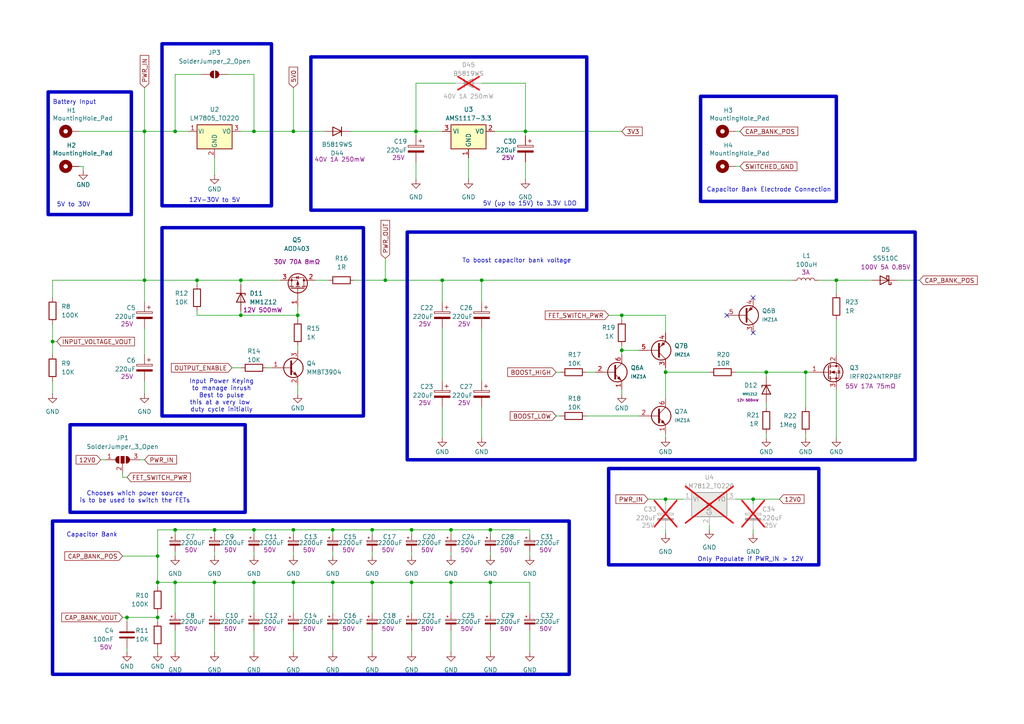
<source format=kicad_sch>
(kicad_sch (version 20250114) (generator "eeschema") (generator_version "9.0")
  (paper "A4")
  (title_block (title "Power Input") (date "2025-05-03") (rev "v1.0") (company "By Shrinath Nimare <shrinath.nimare@gmail.com>"))
  (rectangle (start 176.53 135.89) (end 237.49 163.83) (stroke (width 1)))
  (rectangle (start 46.99 12.7) (end 78.74 59.69) (stroke (width 1)))
  (rectangle (start 118.11 67.31) (end 265.43 133.35) (stroke (width 1)))
  (rectangle (start 46.99 66.04) (end 105.41 120.65) (stroke (width 1)))
  (rectangle (start 203.2 27.94) (end 242.57 58.42) (stroke (width 1)))
  (rectangle (start 15.24 151.13) (end 165.1 195.58) (stroke (width 1)))
  (rectangle (start 20.32 123.19) (end 71.12 148.59) (stroke (width 1)))
  (rectangle (start 90.17 16.51) (end 170.18 60.96) (stroke (width 1)))
  (rectangle (start 13.97 26.67) (end 38.1 62.23) (stroke (width 1)))
  (text "Only Populate if PWR_IN > 12V" (at 217.678 162.306 0) (effects (font (size 1.27 1.27))))
  (text "5V (up to 15V) to 3.3V LDO" (at 153.67 59.182 0) (effects (font (size 1.27 1.27))))
  (text "To boost capacitor bank voltage" (at 149.86 75.692 0) (effects (font (size 1.27 1.27))))
  (text "Battery Input" (at 21.59 29.718 0) (effects (font (size 1.27 1.27))))
  (text "12V-30V to 5V" (at 62.23 58.166 0) (effects (font (size 1.27 1.27))))
  (text "Capacitor Bank" (at 26.67 155.194 0) (effects (font (size 1.27 1.27))))
  (text "Input Power Keying\nto manage inrush\nBest to pulse\nthis at a very low \nduty cycle initially" (at 64.262 114.808 0) (effects (font (size 1.27 1.27))))
  (text "Chooses which power source\nis to be used to switch the FETs" (at 39.116 144.272 0) (effects (font (size 1.27 1.27))))
  (text "Capacitor Bank Electrode Connection" (at 223.012 55.118 0) (effects (font (size 1.27 1.27))))
  (text "5V to 30V\n" (at 21.336 59.436 0) (effects (font (size 1.27 1.27))))
  (junction (at 85.09 168.91))
  (junction (at 119.38 168.91))
  (junction (at 111.76 81.28))
  (junction (at 128.27 81.28))
  (junction (at 50.8 168.91))
  (junction (at 73.66 153.67))
  (junction (at 50.8 38.1))
  (junction (at 139.7 81.28))
  (junction (at 130.81 168.91))
  (junction (at 85.09 38.1))
  (junction (at 86.36 91.44))
  (junction (at 222.25 107.95))
  (junction (at 45.72 179.07))
  (junction (at 50.8 153.67))
  (junction (at 96.52 168.91))
  (junction (at 142.24 168.91))
  (junction (at 62.23 168.91))
  (junction (at 73.66 38.1))
  (junction (at 41.91 38.1))
  (junction (at 242.57 81.28))
  (junction (at 15.24 99.06))
  (junction (at 69.85 91.44))
  (junction (at 57.15 81.28))
  (junction (at 142.24 153.67))
  (junction (at 193.04 144.78))
  (junction (at 152.4 38.1))
  (junction (at 193.04 107.95))
  (junction (at 41.91 81.28))
  (junction (at 130.81 153.67))
  (junction (at 107.95 168.91))
  (junction (at 73.66 168.91))
  (junction (at 180.34 91.44))
  (junction (at 45.72 168.91))
  (junction (at 120.65 38.1))
  (junction (at 96.52 153.67))
  (junction (at 45.72 161.29))
  (junction (at 85.09 153.67))
  (junction (at 107.95 153.67))
  (junction (at 218.44 144.78))
  (junction (at 119.38 153.67))
  (junction (at 36.83 179.07))
  (junction (at 62.23 153.67))
  (junction (at 233.68 107.95))
  (junction (at 69.85 81.28))
  (junction (at 180.34 101.6))
  (no_connect (at 210.82 91.44))
  (no_connect (at 218.44 86.36))
  (no_connect (at 218.44 96.52))
  (wire (pts (xy 96.52 160.02) (xy 96.52 161.29)))
  (wire (pts (xy 128.27 81.28) (xy 111.76 81.28)))
  (wire (pts (xy 142.24 160.02) (xy 142.24 161.29)))
  (wire (pts (xy 107.95 153.67) (xy 119.38 153.67)))
  (wire (pts (xy 15.24 81.28) (xy 15.24 86.36)))
  (wire (pts (xy 73.66 160.02) (xy 73.66 161.29)))
  (wire (pts (xy 130.81 153.67) (xy 142.24 153.67)))
  (wire (pts (xy 57.15 82.55) (xy 57.15 81.28)))
  (wire (pts (xy 180.34 100.33) (xy 180.34 101.6)))
  (wire (pts (xy 45.72 168.91) (xy 45.72 161.29)))
  (wire (pts (xy 101.6 38.1) (xy 120.65 38.1)))
  (wire (pts (xy 73.66 168.91) (xy 85.09 168.91)))
  (wire (pts (xy 50.8 160.02) (xy 50.8 161.29)))
  (wire (pts (xy 62.23 168.91) (xy 62.23 177.8)))
  (wire (pts (xy 193.04 107.95) (xy 205.74 107.95)))
  (wire (pts (xy 69.85 38.1) (xy 73.66 38.1)))
  (wire (pts (xy 120.65 46.99) (xy 120.65 52.07)))
  (wire (pts (xy 128.27 118.11) (xy 128.27 127)))
  (wire (pts (xy 69.85 81.28) (xy 69.85 82.55)))
  (wire (pts (xy 67.31 106.68) (xy 69.85 106.68)))
  (wire (pts (xy 237.49 81.28) (xy 242.57 81.28)))
  (wire (pts (xy 139.7 95.25) (xy 139.7 110.49)))
  (wire (pts (xy 139.7 118.11) (xy 139.7 127)))
  (wire (pts (xy 107.95 160.02) (xy 107.95 161.29)))
  (wire (pts (xy 41.91 38.1) (xy 50.8 38.1)))
  (wire (pts (xy 91.44 81.28) (xy 95.25 81.28)))
  (wire (pts (xy 107.95 153.67) (xy 107.95 154.94)))
  (wire (pts (xy 73.66 153.67) (xy 73.66 154.94)))
  (wire (pts (xy 120.65 38.1) (xy 128.27 38.1)))
  (wire (pts (xy 152.4 38.1) (xy 180.34 38.1)))
  (wire (pts (xy 119.38 168.91) (xy 130.81 168.91)))
  (wire (pts (xy 130.81 182.88) (xy 130.81 189.23)))
  (wire (pts (xy 69.85 90.17) (xy 69.85 91.44)))
  (wire (pts (xy 41.91 95.25) (xy 41.91 102.87)))
  (wire (pts (xy 233.68 107.95) (xy 222.25 107.95)))
  (wire (pts (xy 36.83 179.07) (xy 35.56 179.07)))
  (wire (pts (xy 180.34 101.6) (xy 185.42 101.6)))
  (wire (pts (xy 128.27 95.25) (xy 128.27 110.49)))
  (wire (pts (xy 132.08 24.13) (xy 120.65 24.13)))
  (wire (pts (xy 130.81 168.91) (xy 130.81 177.8)))
  (wire (pts (xy 15.24 99.06) (xy 15.24 102.87)))
  (wire (pts (xy 120.65 38.1) (xy 120.65 39.37)))
  (wire (pts (xy 85.09 168.91) (xy 96.52 168.91)))
  (wire (pts (xy 242.57 81.28) (xy 252.73 81.28)))
  (wire (pts (xy 73.66 168.91) (xy 73.66 177.8)))
  (wire (pts (xy 41.91 25.4) (xy 41.91 38.1)))
  (wire (pts (xy 29.21 133.35) (xy 30.48 133.35)))
  (wire (pts (xy 45.72 179.07) (xy 45.72 180.34)))
  (wire (pts (xy 161.29 120.65) (xy 162.56 120.65)))
  (wire (pts (xy 96.52 182.88) (xy 96.52 189.23)))
  (wire (pts (xy 222.25 116.84) (xy 222.25 118.11)))
  (wire (pts (xy 62.23 153.67) (xy 73.66 153.67)))
  (wire (pts (xy 180.34 91.44) (xy 180.34 92.71)))
  (wire (pts (xy 233.68 107.95) (xy 233.68 118.11)))
  (wire (pts (xy 41.91 81.28) (xy 41.91 87.63)))
  (wire (pts (xy 205.74 152.4) (xy 205.74 153.67)))
  (wire (pts (xy 128.27 81.28) (xy 128.27 87.63)))
  (wire (pts (xy 57.15 81.28) (xy 69.85 81.28)))
  (wire (pts (xy 214.63 48.26) (xy 213.36 48.26)))
  (wire (pts (xy 107.95 168.91) (xy 119.38 168.91)))
  (wire (pts (xy 119.38 168.91) (xy 119.38 177.8)))
  (wire (pts (xy 242.57 113.03) (xy 242.57 127)))
  (wire (pts (xy 119.38 160.02) (xy 119.38 161.29)))
  (wire (pts (xy 62.23 45.72) (xy 62.23 50.8)))
  (wire (pts (xy 152.4 46.99) (xy 152.4 52.07)))
  (wire (pts (xy 234.95 107.95) (xy 233.68 107.95)))
  (wire (pts (xy 176.53 91.44) (xy 180.34 91.44)))
  (wire (pts (xy 139.7 81.28) (xy 229.87 81.28)))
  (wire (pts (xy 85.09 168.91) (xy 85.09 177.8)))
  (wire (pts (xy 22.86 38.1) (xy 41.91 38.1)))
  (wire (pts (xy 50.8 182.88) (xy 50.8 189.23)))
  (wire (pts (xy 24.13 49.53) (xy 24.13 48.26)))
  (wire (pts (xy 130.81 168.91) (xy 142.24 168.91)))
  (wire (pts (xy 86.36 100.33) (xy 86.36 101.6)))
  (wire (pts (xy 119.38 153.67) (xy 119.38 154.94)))
  (wire (pts (xy 35.56 138.43) (xy 35.56 137.16)))
  (wire (pts (xy 40.64 133.35) (xy 41.91 133.35)))
  (wire (pts (xy 77.47 106.68) (xy 78.74 106.68)))
  (wire (pts (xy 36.83 179.07) (xy 36.83 180.34)))
  (wire (pts (xy 222.25 107.95) (xy 222.25 109.22)))
  (wire (pts (xy 85.09 160.02) (xy 85.09 161.29)))
  (wire (pts (xy 50.8 168.91) (xy 45.72 168.91)))
  (wire (pts (xy 85.09 38.1) (xy 93.98 38.1)))
  (wire (pts (xy 193.04 125.73) (xy 193.04 127)))
  (wire (pts (xy 153.67 153.67) (xy 153.67 154.94)))
  (wire (pts (xy 213.36 107.95) (xy 222.25 107.95)))
  (wire (pts (xy 107.95 168.91) (xy 107.95 177.8)))
  (wire (pts (xy 50.8 38.1) (xy 54.61 38.1)))
  (wire (pts (xy 96.52 168.91) (xy 107.95 168.91)))
  (wire (pts (xy 45.72 153.67) (xy 50.8 153.67)))
  (wire (pts (xy 139.7 81.28) (xy 128.27 81.28)))
  (wire (pts (xy 218.44 144.78) (xy 226.06 144.78)))
  (wire (pts (xy 66.04 21.59) (xy 73.66 21.59)))
  (wire (pts (xy 130.81 153.67) (xy 130.81 154.94)))
  (wire (pts (xy 73.66 153.67) (xy 85.09 153.67)))
  (wire (pts (xy 170.18 120.65) (xy 185.42 120.65)))
  (wire (pts (xy 50.8 168.91) (xy 50.8 177.8)))
  (wire (pts (xy 193.04 153.67) (xy 193.04 154.94)))
  (wire (pts (xy 143.51 38.1) (xy 152.4 38.1)))
  (wire (pts (xy 96.52 153.67) (xy 96.52 154.94)))
  (wire (pts (xy 73.66 182.88) (xy 73.66 189.23)))
  (wire (pts (xy 36.83 187.96) (xy 36.83 189.23)))
  (wire (pts (xy 119.38 182.88) (xy 119.38 189.23)))
  (wire (pts (xy 130.81 160.02) (xy 130.81 161.29)))
  (wire (pts (xy 41.91 110.49) (xy 41.91 114.3)))
  (wire (pts (xy 218.44 144.78) (xy 218.44 146.05)))
  (wire (pts (xy 62.23 168.91) (xy 73.66 168.91)))
  (wire (pts (xy 85.09 182.88) (xy 85.09 189.23)))
  (wire (pts (xy 120.65 24.13) (xy 120.65 38.1)))
  (wire (pts (xy 50.8 21.59) (xy 50.8 38.1)))
  (wire (pts (xy 86.36 91.44) (xy 69.85 91.44)))
  (wire (pts (xy 139.7 81.28) (xy 139.7 87.63)))
  (wire (pts (xy 213.36 144.78) (xy 218.44 144.78)))
  (wire (pts (xy 180.34 91.44) (xy 193.04 91.44)))
  (wire (pts (xy 45.72 179.07) (xy 36.83 179.07)))
  (wire (pts (xy 193.04 107.95) (xy 193.04 115.57)))
  (wire (pts (xy 57.15 91.44) (xy 57.15 90.17)))
  (wire (pts (xy 180.34 113.03) (xy 180.34 114.3)))
  (wire (pts (xy 222.25 125.73) (xy 222.25 127)))
  (wire (pts (xy 15.24 99.06) (xy 16.51 99.06)))
  (wire (pts (xy 187.96 144.78) (xy 193.04 144.78)))
  (wire (pts (xy 50.8 21.59) (xy 58.42 21.59)))
  (wire (pts (xy 85.09 153.67) (xy 96.52 153.67)))
  (wire (pts (xy 41.91 81.28) (xy 57.15 81.28)))
  (wire (pts (xy 242.57 81.28) (xy 242.57 85.09)))
  (wire (pts (xy 62.23 182.88) (xy 62.23 189.23)))
  (wire (pts (xy 73.66 21.59) (xy 73.66 38.1)))
  (wire (pts (xy 62.23 160.02) (xy 62.23 161.29)))
  (wire (pts (xy 242.57 92.71) (xy 242.57 102.87)))
  (wire (pts (xy 260.35 81.28) (xy 266.7 81.28)))
  (wire (pts (xy 153.67 182.88) (xy 153.67 189.23)))
  (wire (pts (xy 96.52 168.91) (xy 96.52 177.8)))
  (wire (pts (xy 218.44 153.67) (xy 218.44 154.94)))
  (wire (pts (xy 50.8 153.67) (xy 50.8 154.94)))
  (wire (pts (xy 139.7 24.13) (xy 152.4 24.13)))
  (wire (pts (xy 24.13 48.26) (xy 22.86 48.26)))
  (wire (pts (xy 180.34 101.6) (xy 180.34 102.87)))
  (wire (pts (xy 193.04 91.44) (xy 193.04 96.52)))
  (wire (pts (xy 96.52 153.67) (xy 107.95 153.67)))
  (wire (pts (xy 85.09 25.4) (xy 85.09 38.1)))
  (wire (pts (xy 50.8 153.67) (xy 62.23 153.67)))
  (wire (pts (xy 62.23 153.67) (xy 62.23 154.94)))
  (wire (pts (xy 41.91 81.28) (xy 41.91 38.1)))
  (wire (pts (xy 15.24 110.49) (xy 15.24 114.3)))
  (wire (pts (xy 152.4 38.1) (xy 152.4 39.37)))
  (wire (pts (xy 193.04 144.78) (xy 193.04 146.05)))
  (wire (pts (xy 107.95 182.88) (xy 107.95 189.23)))
  (wire (pts (xy 111.76 74.93) (xy 111.76 81.28)))
  (wire (pts (xy 153.67 160.02) (xy 153.67 161.29)))
  (wire (pts (xy 15.24 81.28) (xy 41.91 81.28)))
  (wire (pts (xy 45.72 177.8) (xy 45.72 179.07)))
  (wire (pts (xy 152.4 24.13) (xy 152.4 38.1)))
  (wire (pts (xy 85.09 153.67) (xy 85.09 154.94)))
  (wire (pts (xy 69.85 91.44) (xy 57.15 91.44)))
  (wire (pts (xy 45.72 161.29) (xy 45.72 153.67)))
  (wire (pts (xy 153.67 168.91) (xy 153.67 177.8)))
  (wire (pts (xy 69.85 81.28) (xy 81.28 81.28)))
  (wire (pts (xy 142.24 153.67) (xy 153.67 153.67)))
  (wire (pts (xy 193.04 144.78) (xy 198.12 144.78)))
  (wire (pts (xy 36.83 138.43) (xy 35.56 138.43)))
  (wire (pts (xy 119.38 153.67) (xy 130.81 153.67)))
  (wire (pts (xy 170.18 107.95) (xy 172.72 107.95)))
  (wire (pts (xy 45.72 189.23) (xy 45.72 187.96)))
  (wire (pts (xy 86.36 91.44) (xy 86.36 92.71)))
  (wire (pts (xy 193.04 106.68) (xy 193.04 107.95)))
  (wire (pts (xy 86.36 88.9) (xy 86.36 91.44)))
  (wire (pts (xy 142.24 168.91) (xy 142.24 177.8)))
  (wire (pts (xy 161.29 107.95) (xy 162.56 107.95)))
  (wire (pts (xy 111.76 81.28) (xy 102.87 81.28)))
  (wire (pts (xy 142.24 153.67) (xy 142.24 154.94)))
  (wire (pts (xy 213.36 38.1) (xy 214.63 38.1)))
  (wire (pts (xy 15.24 93.98) (xy 15.24 99.06)))
  (wire (pts (xy 86.36 111.76) (xy 86.36 114.3)))
  (wire (pts (xy 233.68 125.73) (xy 233.68 127)))
  (wire (pts (xy 73.66 38.1) (xy 85.09 38.1)))
  (wire (pts (xy 45.72 168.91) (xy 45.72 170.18)))
  (wire (pts (xy 35.56 161.29) (xy 45.72 161.29)))
  (wire (pts (xy 142.24 182.88) (xy 142.24 189.23)))
  (wire (pts (xy 135.89 52.07) (xy 135.89 45.72)))
  (wire (pts (xy 142.24 168.91) (xy 153.67 168.91)))
  (wire (pts (xy 50.8 168.91) (xy 62.23 168.91)))
  (global_label "OUTPUT_ENABLE" (shape input) (at 67.31 106.68 180) (property "Intersheetrefs" "${INTERSHEET_REFS}" (effects (hide yes))))
  (global_label "BOOST_LOW" (shape input) (at 161.29 120.65 180) (property "Intersheetrefs" "${INTERSHEET_REFS}" (effects (hide yes))))
  (global_label "3V3" (shape input) (at 180.34 38.1 0) (property "Intersheetrefs" "${INTERSHEET_REFS}" (effects (hide yes))))
  (global_label "FET_SWITCH_PWR" (shape input) (at 36.83 138.43 0) (property "Intersheetrefs" "${INTERSHEET_REFS}" (effects (hide yes))))
  (global_label "CAP_BANK_VOUT" (shape input) (at 35.56 179.07 180) (property "Intersheetrefs" "${INTERSHEET_REFS}" (effects (hide yes))))
  (global_label "CAP_BANK_POS" (shape input) (at 214.63 38.1 0) (property "Intersheetrefs" "${INTERSHEET_REFS}" (effects (hide yes))))
  (global_label "12V0" (shape input) (at 226.06 144.78 0) (property "Intersheetrefs" "${INTERSHEET_REFS}" (effects (hide yes))))
  (global_label "SWITCHED_GND" (shape input) (at 214.63 48.26 0) (property "Intersheetrefs" "${INTERSHEET_REFS}" (effects (hide yes))))
  (global_label "12V0" (shape input) (at 29.21 133.35 180) (property "Intersheetrefs" "${INTERSHEET_REFS}" (effects (hide yes))))
  (global_label "INPUT_VOLTAGE_VOUT" (shape input) (at 16.51 99.06 0) (property "Intersheetrefs" "${INTERSHEET_REFS}" (effects (hide yes))))
  (global_label "5V0" (shape input) (at 85.09 25.4 90) (property "Intersheetrefs" "${INTERSHEET_REFS}" (effects (hide yes))))
  (global_label "BOOST_HIGH" (shape input) (at 161.29 107.95 180) (property "Intersheetrefs" "${INTERSHEET_REFS}" (effects (hide yes))))
  (global_label "PWR_IN" (shape input) (at 41.91 25.4 90) (property "Intersheetrefs" "${INTERSHEET_REFS}" (effects (hide yes))))
  (global_label "PWR_IN" (shape input) (at 41.91 133.35 0) (property "Intersheetrefs" "${INTERSHEET_REFS}" (effects (hide yes))))
  (global_label "CAP_BANK_POS" (shape input) (at 266.7 81.28 0) (property "Intersheetrefs" "${INTERSHEET_REFS}" (effects (hide yes))))
  (global_label "PWR_OUT" (shape input) (at 111.76 74.93 90) (property "Intersheetrefs" "${INTERSHEET_REFS}" (effects (hide yes))))
  (global_label "CAP_BANK_POS" (shape input) (at 35.56 161.29 180) (property "Intersheetrefs" "${INTERSHEET_REFS}" (effects (hide yes))))
  (global_label "FET_SWITCH_PWR" (shape input) (at 176.53 91.44 180) (property "Intersheetrefs" "${INTERSHEET_REFS}" (effects (hide yes))))
  (global_label "PWR_IN" (shape input) (at 187.96 144.78 180) (property "Intersheetrefs" "${INTERSHEET_REFS}" (effects (hide yes))))
  (symbol (lib_id "power:GND") (at 96.52 161.29 0) (unit 1)
    (property "Reference" "#PWR043" (effects (hide yes)))
    (property "Value" "GND" (at 96.52 166.37 0))
    (property "Description" "Power symbol creates a global label with name \"GND\" , ground" (effects (hide yes)))
  )
  (symbol (lib_id "power:GND") (at 153.67 189.23 0) (unit 1)
    (property "Reference" "#PWR059" (effects (hide yes)))
    (property "Value" "GND" (at 153.67 194.31 0))
    (property "Description" "Power symbol creates a global label with name \"GND\" , ground" (effects (hide yes)))
  )
  (symbol (lib_id "power:GND") (at 193.04 127 0) (unit 1)
    (property "Reference" "#PWR061" (effects (hide yes)))
    (property "Value" "GND" (at 193.04 131.064 0))
    (property "Description" "Power symbol creates a global label with name \"GND\" , ground" (effects (hide yes)))
  )
  (symbol (lib_id "Device:R") (at 222.25 121.92 0) (unit 1)
    (property "Reference" "R21" (at 218.44 120.396 0))
    (property "Value" "1R" (at 218.694 122.936 0))
    (property "Footprint" "Resistor_SMD:R_0805_2012Metric" (effects (hide yes)))
    (property "Description" "Resistor" (effects (hide yes)))
    (property "Source" "Me" (effects (hide yes)))
  )
  (symbol (lib_id "Device:C_Polarized_Small") (at 73.66 157.48 0) (unit 1)
    (property "Reference" "C11" (at 76.708 155.702 0) (effects (justify left)))
    (property "Value" "2200uF" (at 75.184 157.4418 0) (effects (justify left)))
    (property "Footprint" "Capacitor_THT:CP_Radial_D18.0mm_P7.50mm" (effects (hide yes)))
    (property "Description" "Polarized capacitor, small symbol" (effects (hide yes)))
    (property "Rating" "50V" (at 78.232 159.512 0))
    (property "Source" "Evelta" (effects (hide yes)))
  )
  (symbol (lib_id "Device:C_Polarized") (at 120.65 43.18 0) (mirror y) (unit 1)
    (property "Reference" "C19" (at 118.11 41.021 0) (effects (justify left)))
    (property "Value" "220uF" (at 118.11 43.561 0) (effects (justify left)))
    (property "Footprint" "Capacitor_THT:CP_Radial_D5.0mm_P2.00mm" (effects (hide yes)))
    (property "Rating" "25V" (at 115.57 45.72 0))
    (property "Source" "Me" (effects (hide yes)))
  )
  (symbol (lib_id "Device:C_Polarized") (at 41.91 91.44 0) (mirror y) (unit 1)
    (property "Reference" "C5" (at 39.37 89.281 0) (effects (justify left)))
    (property "Value" "220uF" (at 39.37 91.821 0) (effects (justify left)))
    (property "Footprint" "Capacitor_THT:CP_Radial_D5.0mm_P2.00mm" (effects (hide yes)))
    (property "Rating" "25V" (at 36.83 93.98 0))
    (property "Source" "Me" (effects (hide yes)))
  )
  (symbol (lib_id "Transistor_BJT:Q_Dual_NPN_PNP_E1B1C2E2B2C1") (at 215.9 91.44 0) (mirror x) (unit 2)
    (property "Reference" "Q6" (at 220.98 90.1699 0) (effects (justify left)))
    (property "Value" "IMZ1A" (at 220.98 92.7099 0) (effects (font (size 1 1)) (justify left)))
    (property "Footprint" "Package_TO_SOT_SMD:SOT-23-6" (effects (hide yes)))
    (property "Description" "Dual NPN/PNP transistor, 6 pin package" (effects (hide yes)))
    (property "Source" "Inkocean" (effects (hide yes)))
  )
  (symbol (lib_id "Device:C_Polarized") (at 128.27 91.44 0) (mirror y) (unit 1)
    (property "Reference" "C22" (at 125.73 89.281 0) (effects (justify left)))
    (property "Value" "220uF" (at 125.73 91.821 0) (effects (justify left)))
    (property "Footprint" "Capacitor_THT:CP_Radial_D5.0mm_P2.00mm" (effects (hide yes)))
    (property "Rating" "25V" (at 123.19 93.98 0))
    (property "Source" "Me" (effects (hide yes)))
  )
  (symbol (lib_id "Transistor_BJT:Q_Dual_NPN_PNP_E1B1C2E2B2C1") (at 177.8 107.95 0) (unit 1)
    (property "Reference" "Q6" (at 182.88 106.6799 0) (effects (justify left)))
    (property "Value" "IMZ1A" (at 182.88 109.2199 0) (effects (font (size 1 1)) (justify left)))
    (property "Footprint" "Package_TO_SOT_SMD:SOT-23-6" (effects (hide yes)))
    (property "Description" "Dual NPN/PNP transistor, 6 pin package" (effects (hide yes)))
    (property "Source" "Inkocean" (effects (hide yes)))
  )
  (symbol (lib_id "Device:D_Zener") (at 222.25 113.03 90) (mirror x) (unit 1)
    (property "Reference" "D12" (at 219.71 111.7599 90) (effects (justify left)))
    (property "Value" "MM1Z12" (at 219.71 114.2999 90) (effects (font (size 0.7 0.7)) (justify left)))
    (property "Footprint" "Diode_SMD:D_SOD-123" (effects (hide yes)))
    (property "Description" "Zener diode" (effects (hide yes)))
    (property "Rating" "12V 500mW" (at 216.916 116.078 90) (effects (font (size 0.7 0.7))))
    (property "Source" "Evelta" (effects (hide yes)))
  )
  (symbol (lib_id "power:GND") (at 62.23 50.8 0) (unit 1)
    (property "Reference" "#PWR035" (effects (hide yes)))
    (property "Value" "GND" (at 62.23 54.864 0))
    (property "Description" "Power symbol creates a global label with name \"GND\" , ground" (effects (hide yes)))
  )
  (symbol (lib_id "power:GND") (at 233.68 127 0) (unit 1)
    (property "Reference" "#PWR066" (effects (hide yes)))
    (property "Value" "GND" (at 233.68 131.064 0))
    (property "Description" "Power symbol creates a global label with name \"GND\" , ground" (effects (hide yes)))
  )
  (symbol (lib_id "power:GND") (at 222.25 127 0) (unit 1)
    (property "Reference" "#PWR065" (effects (hide yes)))
    (property "Value" "GND" (at 222.25 131.064 0))
    (property "Description" "Power symbol creates a global label with name \"GND\" , ground" (effects (hide yes)))
  )
  (symbol (lib_id "power:GND") (at 119.38 189.23 0) (unit 1)
    (property "Reference" "#PWR049" (effects (hide yes)))
    (property "Value" "GND" (at 119.38 194.31 0))
    (property "Description" "Power symbol creates a global label with name \"GND\" , ground" (effects (hide yes)))
  )
  (symbol (lib_id "power:GND") (at 218.44 154.94 0) (mirror y) (unit 1)
    (property "Reference" "#PWR064" (effects (hide yes)))
    (property "Value" "GND" (at 218.44 160.02 0))
    (property "Description" "Power symbol creates a global label with name \"GND\" , ground" (effects (hide yes)))
  )
  (symbol (lib_id "power:GND") (at 119.38 161.29 0) (unit 1)
    (property "Reference" "#PWR048" (effects (hide yes)))
    (property "Value" "GND" (at 119.38 166.37 0))
    (property "Description" "Power symbol creates a global label with name \"GND\" , ground" (effects (hide yes)))
  )
  (symbol (lib_id "Device:C_Polarized_Small") (at 119.38 180.34 0) (unit 1)
    (property "Reference" "C21" (at 122.428 178.562 0) (effects (justify left)))
    (property "Value" "2200uF" (at 120.904 180.3018 0) (effects (justify left)))
    (property "Footprint" "Capacitor_THT:CP_Radial_D18.0mm_P7.50mm" (effects (hide yes)))
    (property "Description" "Polarized capacitor, small symbol" (effects (hide yes)))
    (property "Rating" "50V" (at 123.952 182.372 0))
    (property "Source" "Evelta" (effects (hide yes)))
  )
  (symbol (lib_id "Device:R") (at 180.34 96.52 0) (unit 1)
    (property "Reference" "R19" (at 176.53 94.996 0))
    (property "Value" "1K" (at 176.784 97.536 0))
    (property "Footprint" "Resistor_SMD:R_0805_2012Metric" (effects (hide yes)))
    (property "Description" "Resistor" (effects (hide yes)))
    (property "Source" "Me" (effects (hide yes)))
  )
  (symbol (lib_id "Mechanical:MountingHole_Pad") (at 20.32 38.1 90) (unit 1) (in_bom no)
    (property "Reference" "H1" (at 22.098 32.004 90) (effects (justify left)))
    (property "Value" "MountingHole_Pad" (at 32.766 34.29 90) (effects (justify left)))
    (property "Footprint" "MountingHole:MountingHole_3.2mm_M3_Pad_Via" (effects (hide yes)))
    (property "Description" "Mounting Hole with connection" (effects (hide yes)))
  )
  (symbol (lib_id "Device:C_Polarized_Small") (at 130.81 180.34 0) (unit 1)
    (property "Reference" "C25" (at 133.858 178.562 0) (effects (justify left)))
    (property "Value" "2200uF" (at 132.334 180.3018 0) (effects (justify left)))
    (property "Footprint" "Capacitor_THT:CP_Radial_D18.0mm_P7.50mm" (effects (hide yes)))
    (property "Description" "Polarized capacitor, small symbol" (effects (hide yes)))
    (property "Rating" "50V" (at 135.382 182.372 0))
    (property "Source" "Evelta" (effects (hide yes)))
  )
  (symbol (lib_id "Device:D") (at 135.89 24.13 0) (unit 1) (dnp yes)
    (property "Reference" "D45" (at 135.89 18.796 0))
    (property "Value" "B5819WS" (at 135.89 21.336 0))
    (property "Footprint" "Diode_SMD:D_SOD-323" (effects (hide yes)))
    (property "Description" "Diode" (effects (hide yes)))
    (property "Sim.Device" "D" (effects (hide yes)))
    (property "Sim.Pins" "1=K 2=A" (effects (hide yes)))
    (property "Rating" "40V 1A 250mW" (at 135.89 27.94 0))
    (property "Source" "Evelta" (effects (hide yes)))
  )
  (symbol (lib_id "Device:C_Polarized_Small") (at 85.09 157.48 0) (unit 1)
    (property "Reference" "C13" (at 88.138 155.702 0) (effects (justify left)))
    (property "Value" "2200uF" (at 86.614 157.4418 0) (effects (justify left)))
    (property "Footprint" "Capacitor_THT:CP_Radial_D18.0mm_P7.50mm" (effects (hide yes)))
    (property "Description" "Polarized capacitor, small symbol" (effects (hide yes)))
    (property "Rating" "50V" (at 89.662 159.512 0))
    (property "Source" "Evelta" (effects (hide yes)))
  )
  (symbol (lib_id "power:GND") (at 152.4 52.07 0) (unit 1)
    (property "Reference" "#PWR057" (effects (hide yes)))
    (property "Value" "GND" (at 152.4 57.15 0))
    (property "Description" "Power symbol creates a global label with name \"GND\" , ground" (effects (hide yes)))
  )
  (symbol (lib_id "Jumper:SolderJumper_2_Open") (at 62.23 21.59 0) (mirror x) (unit 1) (in_bom no)
    (property "Reference" "JP3" (at 62.23 15.24 0))
    (property "Value" "SolderJumper_2_Open" (at 62.23 17.78 0))
    (property "Footprint" "Jumper:SolderJumper-2_P1.3mm_Open_Pad1.0x1.5mm" (effects (hide yes)))
    (property "Description" "Solder Jumper, 2-pole, open" (effects (hide yes)))
  )
  (symbol (lib_id "power:GND") (at 135.89 52.07 0) (unit 1)
    (property "Reference" "#PWR051" (effects (hide yes)))
    (property "Value" "GND" (at 135.89 57.15 0))
    (property "Description" "Power symbol creates a global label with name \"GND\" , ground" (effects (hide yes)))
  )
  (symbol (lib_id "Device:C_Polarized") (at 139.7 114.3 0) (mirror y) (unit 1)
    (property "Reference" "C27" (at 137.16 112.141 0) (effects (justify left)))
    (property "Value" "220uF" (at 137.16 114.681 0) (effects (justify left)))
    (property "Footprint" "Capacitor_THT:CP_Radial_D5.0mm_P2.00mm" (effects (hide yes)))
    (property "Rating" "25V" (at 134.62 116.84 0))
    (property "Source" "Me" (effects (hide yes)))
  )
  (symbol (lib_id "Regulator_Linear:LM7812_TO220") (at 205.74 144.78 0) (unit 1) (dnp yes)
    (property "Reference" "U4" (at 205.74 138.43 0))
    (property "Value" "LM7812_TO220" (at 205.74 140.97 0))
    (property "Footprint" "Package_TO_SOT_THT:TO-220-3_Vertical" (effects (hide yes)))
    (property "Datasheet" "https://www.onsemi.cn/PowerSolutions/document/MC7800-D.PDF" (effects (hide yes)))
    (property "Description" "Positive 1A 35V Linear Regulator, Fixed Output 12V, TO-220" (effects (hide yes)))
    (property "Source" "Inkocean" (effects (hide yes)))
  )
  (symbol (lib_id "Transistor_BJT:Q_Dual_NPN_PNP_E1B1C2E2B2C1") (at 190.5 120.65 0) (unit 1)
    (property "Reference" "Q7" (at 195.58 119.3799 0) (effects (justify left)))
    (property "Value" "IMZ1A" (at 195.58 121.9199 0) (effects (font (size 1 1)) (justify left)))
    (property "Footprint" "Package_TO_SOT_SMD:SOT-23-6" (effects (hide yes)))
    (property "Description" "Dual NPN/PNP transistor, 6 pin package" (effects (hide yes)))
    (property "Source" "Inkocean" (effects (hide yes)))
  )
  (symbol (lib_id "power:GND") (at 180.34 114.3 0) (unit 1)
    (property "Reference" "#PWR060" (effects (hide yes)))
    (property "Value" "GND" (at 180.34 118.364 0))
    (property "Description" "Power symbol creates a global label with name \"GND\" , ground" (effects (hide yes)))
  )
  (symbol (lib_id "Device:R") (at 166.37 120.65 270) (unit 1)
    (property "Reference" "R18" (at 166.624 115.57 90))
    (property "Value" "10K" (at 166.624 118.11 90))
    (property "Footprint" "Resistor_SMD:R_0805_2012Metric" (effects (hide yes)))
    (property "Description" "Resistor" (effects (hide yes)))
    (property "Source" "Me" (effects (hide yes)))
  )
  (symbol (lib_id "Device:C_Polarized_Small") (at 130.81 157.48 0) (unit 1)
    (property "Reference" "C24" (at 133.858 155.702 0) (effects (justify left)))
    (property "Value" "2200uF" (at 132.334 157.4418 0) (effects (justify left)))
    (property "Footprint" "Capacitor_THT:CP_Radial_D18.0mm_P7.50mm" (effects (hide yes)))
    (property "Description" "Polarized capacitor, small symbol" (effects (hide yes)))
    (property "Rating" "50V" (at 135.382 159.512 0))
    (property "Source" "Evelta" (effects (hide yes)))
  )
  (symbol (lib_id "power:GND") (at 130.81 161.29 0) (unit 1)
    (property "Reference" "#PWR052" (effects (hide yes)))
    (property "Value" "GND" (at 130.81 166.37 0))
    (property "Description" "Power symbol creates a global label with name \"GND\" , ground" (effects (hide yes)))
  )
  (symbol (lib_id "Device:D_Schottky") (at 256.54 81.28 180) (unit 1)
    (property "Reference" "D5" (at 256.8575 72.39 0))
    (property "Value" "SS510C" (at 256.8575 74.93 0))
    (property "Footprint" "Diode_SMD:D_SMC" (effects (hide yes)))
    (property "Description" "Schottky diode" (effects (hide yes)))
    (property "Rating" "100V 5A 0.85V" (at 256.8575 77.47 0))
    (property "Source" "Evelta" (effects (hide yes)))
  )
  (symbol (lib_id "Regulator_Linear:AMS1117-3.3") (at 135.89 38.1 0) (unit 1)
    (property "Reference" "U3" (at 135.89 31.75 0))
    (property "Value" "AMS1117-3.3" (at 135.89 34.29 0))
    (property "Footprint" "Package_TO_SOT_SMD:SOT-223-3_TabPin2" (effects (hide yes)))
    (property "Datasheet" "http://www.advanced-monolithic.com/pdf/ds1117.pdf" (effects (hide yes)))
    (property "Description" "1A Low Dropout regulator, positive, 3.3V fixed output, SOT-223" (effects (hide yes)))
    (property "Source" "Inkocean" (effects (hide yes)))
  )
  (symbol (lib_id "Device:C_Polarized_Small") (at 62.23 157.48 0) (unit 1)
    (property "Reference" "C9" (at 65.278 155.702 0) (effects (justify left)))
    (property "Value" "2200uF" (at 63.754 157.4418 0) (effects (justify left)))
    (property "Footprint" "Capacitor_THT:CP_Radial_D18.0mm_P7.50mm" (effects (hide yes)))
    (property "Description" "Polarized capacitor, small symbol" (effects (hide yes)))
    (property "Rating" "50V" (at 66.802 159.512 0))
    (property "Source" "Evelta" (effects (hide yes)))
  )
  (symbol (lib_id "power:GND") (at 62.23 189.23 0) (unit 1)
    (property "Reference" "#PWR037" (effects (hide yes)))
    (property "Value" "GND" (at 62.23 194.31 0))
    (property "Description" "Power symbol creates a global label with name \"GND\" , ground" (effects (hide yes)))
  )
  (symbol (lib_id "Device:C_Polarized_Small") (at 50.8 157.48 0) (unit 1)
    (property "Reference" "C7" (at 53.848 155.702 0) (effects (justify left)))
    (property "Value" "2200uF" (at 52.324 157.4418 0) (effects (justify left)))
    (property "Footprint" "Capacitor_THT:CP_Radial_D18.0mm_P7.50mm" (effects (hide yes)))
    (property "Description" "Polarized capacitor, small symbol" (effects (hide yes)))
    (property "Rating" "50V" (at 55.372 159.512 0))
    (property "Source" "Evelta" (effects (hide yes)))
  )
  (symbol (lib_id "power:GND") (at 45.72 189.23 0) (mirror y) (unit 1)
    (property "Reference" "#PWR032" (effects (hide yes)))
    (property "Value" "GND" (at 45.72 193.294 0))
    (property "Description" "Power symbol creates a global label with name \"GND\" , ground" (effects (hide yes)))
  )
  (symbol (lib_id "power:GND") (at 107.95 189.23 0) (unit 1)
    (property "Reference" "#PWR046" (effects (hide yes)))
    (property "Value" "GND" (at 107.95 194.31 0))
    (property "Description" "Power symbol creates a global label with name \"GND\" , ground" (effects (hide yes)))
  )
  (symbol (lib_id "Device:L") (at 233.68 81.28 90) (unit 1)
    (property "Reference" "L1" (at 233.934 74.168 90))
    (property "Value" "100uH" (at 233.934 76.708 90))
    (property "Footprint" "Inductor_SMD:L_Coilcraft_MSS1278H-XXX" (effects (hide yes)))
    (property "Description" "Inductor" (effects (hide yes)))
    (property "Rating" "3A" (at 233.68 78.994 90))
    (property "Source" "Inkocean" (effects (hide yes)))
  )
  (symbol (lib_id "Device:C_Polarized_Small") (at 107.95 180.34 0) (unit 1)
    (property "Reference" "C18" (at 110.998 178.562 0) (effects (justify left)))
    (property "Value" "2200uF" (at 109.474 180.3018 0) (effects (justify left)))
    (property "Footprint" "Capacitor_THT:CP_Radial_D18.0mm_P7.50mm" (effects (hide yes)))
    (property "Description" "Polarized capacitor, small symbol" (effects (hide yes)))
    (property "Rating" "50V" (at 112.522 182.372 0))
    (property "Source" "Evelta" (effects (hide yes)))
  )
  (symbol (lib_id "power:GND") (at 142.24 161.29 0) (unit 1)
    (property "Reference" "#PWR055" (effects (hide yes)))
    (property "Value" "GND" (at 142.24 166.37 0))
    (property "Description" "Power symbol creates a global label with name \"GND\" , ground" (effects (hide yes)))
  )
  (symbol (lib_id "Device:D") (at 97.79 38.1 180) (unit 1)
    (property "Reference" "D44" (at 97.79 44.45 0))
    (property "Value" "B5819WS" (at 97.79 41.91 0))
    (property "Footprint" "Diode_SMD:D_SOD-323" (effects (hide yes)))
    (property "Description" "Diode" (effects (hide yes)))
    (property "Sim.Device" "D" (effects (hide yes)))
    (property "Sim.Pins" "1=K 2=A" (effects (hide yes)))
    (property "Rating" "40V 1A 250mW" (at 98.552 46.228 0))
    (property "Source" "Evelta" (effects (hide yes)))
  )
  (symbol (lib_id "power:GND") (at 41.91 114.3 0) (unit 1)
    (property "Reference" "#PWR031" (effects (hide yes)))
    (property "Value" "GND" (at 41.91 119.38 0))
    (property "Description" "Power symbol creates a global label with name \"GND\" , ground" (effects (hide yes)))
  )
  (symbol (lib_id "Device:R") (at 233.68 121.92 0) (mirror x) (unit 1)
    (property "Reference" "R22" (at 231.14 120.6499 0) (effects (justify right)))
    (property "Value" "1Meg" (at 231.14 123.1899 0) (effects (justify right)))
    (property "Footprint" "Resistor_SMD:R_0805_2012Metric" (effects (hide yes)))
    (property "Description" "Resistor" (effects (hide yes)))
    (property "Source" "Me" (effects (hide yes)))
  )
  (symbol (lib_id "power:GND") (at 62.23 161.29 0) (unit 1)
    (property "Reference" "#PWR036" (effects (hide yes)))
    (property "Value" "GND" (at 62.23 166.37 0))
    (property "Description" "Power symbol creates a global label with name \"GND\" , ground" (effects (hide yes)))
  )
  (symbol (lib_id "Device:C_Polarized") (at 193.04 149.86 0) (mirror y) (unit 1) (dnp yes)
    (property "Reference" "C33" (at 190.5 147.701 0) (effects (justify left)))
    (property "Value" "220uF" (at 190.5 150.241 0) (effects (justify left)))
    (property "Footprint" "Capacitor_THT:CP_Radial_D5.0mm_P2.00mm" (effects (hide yes)))
    (property "Rating" "25V" (at 187.96 152.4 0))
    (property "Source" "Me" (effects (hide yes)))
  )
  (symbol (lib_id "Transistor_FET:Q_NMOS_GDS") (at 240.03 107.95 0) (unit 1)
    (property "Reference" "Q3" (at 246.38 106.6799 0) (effects (justify left)))
    (property "Value" "IRFR024NTRPBF" (at 246.38 109.2199 0) (effects (justify left)))
    (property "Footprint" "Package_TO_SOT_SMD:TO-252-2" (effects (hide yes)))
    (property "Description" "N-MOSFET transistor, gate/drain/source" (effects (hide yes)))
    (property "Rating" "55V 17A 75mΩ" (at 252.476 112.014 0))
    (property "Source" "Inkocean" (effects (hide yes)))
  )
  (symbol (lib_id "power:GND") (at 107.95 161.29 0) (unit 1)
    (property "Reference" "#PWR045" (effects (hide yes)))
    (property "Value" "GND" (at 107.95 166.37 0))
    (property "Description" "Power symbol creates a global label with name \"GND\" , ground" (effects (hide yes)))
  )
  (symbol (lib_id "Device:C_Polarized_Small") (at 50.8 180.34 0) (unit 1)
    (property "Reference" "C8" (at 53.848 178.562 0) (effects (justify left)))
    (property "Value" "2200uF" (at 52.324 180.3018 0) (effects (justify left)))
    (property "Footprint" "Capacitor_THT:CP_Radial_D18.0mm_P7.50mm" (effects (hide yes)))
    (property "Description" "Polarized capacitor, small symbol" (effects (hide yes)))
    (property "Rating" "50V" (at 55.372 182.372 0))
    (property "Source" "Evelta" (effects (hide yes)))
  )
  (symbol (lib_id "Regulator_Linear:LM7805_TO220") (at 62.23 38.1 0) (unit 1)
    (property "Reference" "U2" (at 62.23 31.75 0))
    (property "Value" "LM7805_TO220" (at 62.23 34.29 0))
    (property "Footprint" "Package_TO_SOT_THT:TO-220-3_Vertical" (effects (hide yes)))
    (property "Datasheet" "https://www.onsemi.cn/PowerSolutions/document/MC7800-D.PDF" (effects (hide yes)))
    (property "Description" "Positive 1A 35V Linear Regulator, Fixed Output 5V, TO-220" (effects (hide yes)))
    (property "Source" "Me" (effects (hide yes)))
  )
  (symbol (lib_id "power:GND") (at 85.09 189.23 0) (unit 1)
    (property "Reference" "#PWR041" (effects (hide yes)))
    (property "Value" "GND" (at 85.09 194.31 0))
    (property "Description" "Power symbol creates a global label with name \"GND\" , ground" (effects (hide yes)))
  )
  (symbol (lib_id "Device:R") (at 209.55 107.95 270) (unit 1)
    (property "Reference" "R20" (at 209.804 102.87 90))
    (property "Value" "10R" (at 209.804 105.41 90))
    (property "Footprint" "Resistor_SMD:R_0805_2012Metric" (effects (hide yes)))
    (property "Description" "Resistor" (effects (hide yes)))
    (property "Source" "Me" (effects (hide yes)))
  )
  (symbol (lib_id "Device:R") (at 15.24 90.17 0) (unit 1)
    (property "Reference" "R8" (at 17.78 88.8999 0) (effects (justify left)))
    (property "Value" "100K" (at 17.78 91.4399 0) (effects (justify left)))
    (property "Footprint" "Resistor_SMD:R_0805_2012Metric" (effects (hide yes)))
    (property "Description" "Resistor" (effects (hide yes)))
    (property "Source" "Me" (effects (hide yes)))
  )
  (symbol (lib_id "Device:C_Polarized_Small") (at 85.09 180.34 0) (unit 1)
    (property "Reference" "C14" (at 88.138 178.562 0) (effects (justify left)))
    (property "Value" "2200uF" (at 86.614 180.3018 0) (effects (justify left)))
    (property "Footprint" "Capacitor_THT:CP_Radial_D18.0mm_P7.50mm" (effects (hide yes)))
    (property "Description" "Polarized capacitor, small symbol" (effects (hide yes)))
    (property "Rating" "50V" (at 89.662 182.372 0))
    (property "Source" "Evelta" (effects (hide yes)))
  )
  (symbol (lib_id "power:GND") (at 120.65 52.07 0) (unit 1)
    (property "Reference" "#PWR047" (effects (hide yes)))
    (property "Value" "GND" (at 120.65 57.15 0))
    (property "Description" "Power symbol creates a global label with name \"GND\" , ground" (effects (hide yes)))
  )
  (symbol (lib_id "power:GND") (at 153.67 161.29 0) (unit 1)
    (property "Reference" "#PWR058" (effects (hide yes)))
    (property "Value" "GND" (at 153.67 166.37 0))
    (property "Description" "Power symbol creates a global label with name \"GND\" , ground" (effects (hide yes)))
  )
  (symbol (lib_id "power:GND") (at 86.36 114.3 0) (unit 1)
    (property "Reference" "#PWR042" (effects (hide yes)))
    (property "Value" "GND" (at 86.36 118.364 0))
    (property "Description" "Power symbol creates a global label with name \"GND\" , ground" (effects (hide yes)))
  )
  (symbol (lib_id "Device:C_Polarized_Small") (at 96.52 180.34 0) (unit 1)
    (property "Reference" "C16" (at 99.568 178.562 0) (effects (justify left)))
    (property "Value" "2200uF" (at 98.044 180.3018 0) (effects (justify left)))
    (property "Footprint" "Capacitor_THT:CP_Radial_D18.0mm_P7.50mm" (effects (hide yes)))
    (property "Description" "Polarized capacitor, small symbol" (effects (hide yes)))
    (property "Rating" "50V" (at 101.092 182.372 0))
    (property "Source" "Evelta" (effects (hide yes)))
  )
  (symbol (lib_id "Device:C_Polarized") (at 139.7 91.44 0) (mirror y) (unit 1)
    (property "Reference" "C26" (at 137.16 89.281 0) (effects (justify left)))
    (property "Value" "220uF" (at 137.16 91.821 0) (effects (justify left)))
    (property "Footprint" "Capacitor_THT:CP_Radial_D5.0mm_P2.00mm" (effects (hide yes)))
    (property "Rating" "25V" (at 134.62 93.98 0))
    (property "Source" "Me" (effects (hide yes)))
  )
  (symbol (lib_id "Transistor_BJT:MMBT3904") (at 83.82 106.68 0) (unit 1)
    (property "Reference" "Q4" (at 88.9 105.4099 0) (effects (justify left)))
    (property "Value" "MMBT3904" (at 88.9 107.9499 0) (effects (justify left)))
    (property "Footprint" "Package_TO_SOT_SMD:SOT-23" (effects (hide yes)))
    (property "Datasheet" "https://www.onsemi.com/pdf/datasheet/pzt3904-d.pdf" (effects (hide yes)))
    (property "Description" "0.2A Ic, 40V Vce, Small Signal NPN Transistor, SOT-23" (effects (hide yes)))
    (property "Source" "Me" (effects (hide yes)))
  )
  (symbol (lib_id "power:GND") (at 73.66 161.29 0) (unit 1)
    (property "Reference" "#PWR038" (effects (hide yes)))
    (property "Value" "GND" (at 73.66 166.37 0))
    (property "Description" "Power symbol creates a global label with name \"GND\" , ground" (effects (hide yes)))
  )
  (symbol (lib_id "Device:R") (at 86.36 96.52 180) (unit 1)
    (property "Reference" "R15" (at 88.9 95.2499 0) (effects (justify right)))
    (property "Value" "1K" (at 88.9 97.7899 0) (effects (justify right)))
    (property "Footprint" "Resistor_SMD:R_0805_2012Metric" (effects (hide yes)))
    (property "Description" "Resistor" (effects (hide yes)))
    (property "Source" "Me" (effects (hide yes)))
  )
  (symbol (lib_id "power:GND") (at 24.13 49.53 0) (unit 1)
    (property "Reference" "#PWR029" (effects (hide yes)))
    (property "Value" "GND" (at 24.13 53.594 0))
    (property "Description" "Power symbol creates a global label with name \"GND\" , ground" (effects (hide yes)))
  )
  (symbol (lib_id "power:GND") (at 128.27 127 0) (unit 1)
    (property "Reference" "#PWR050" (effects (hide yes)))
    (property "Value" "GND" (at 128.27 131.064 0))
    (property "Description" "Power symbol creates a global label with name \"GND\" , ground" (effects (hide yes)))
  )
  (symbol (lib_id "power:GND") (at 96.52 189.23 0) (unit 1)
    (property "Reference" "#PWR044" (effects (hide yes)))
    (property "Value" "GND" (at 96.52 194.31 0))
    (property "Description" "Power symbol creates a global label with name \"GND\" , ground" (effects (hide yes)))
  )
  (symbol (lib_id "Device:R") (at 166.37 107.95 270) (unit 1)
    (property "Reference" "R17" (at 166.624 102.87 90))
    (property "Value" "10K" (at 166.624 105.41 90))
    (property "Footprint" "Resistor_SMD:R_0805_2012Metric" (effects (hide yes)))
    (property "Description" "Resistor" (effects (hide yes)))
    (property "Source" "Me" (effects (hide yes)))
  )
  (symbol (lib_id "power:GND") (at 15.24 114.3 0) (unit 1)
    (property "Reference" "#PWR028" (effects (hide yes)))
    (property "Value" "GND" (at 15.24 119.38 0))
    (property "Description" "Power symbol creates a global label with name \"GND\" , ground" (effects (hide yes)))
  )
  (symbol (lib_id "power:GND") (at 130.81 189.23 0) (unit 1)
    (property "Reference" "#PWR053" (effects (hide yes)))
    (property "Value" "GND" (at 130.81 194.31 0))
    (property "Description" "Power symbol creates a global label with name \"GND\" , ground" (effects (hide yes)))
  )
  (symbol (lib_id "Mechanical:MountingHole_Pad") (at 210.82 38.1 90) (unit 1) (in_bom no)
    (property "Reference" "H3" (at 212.598 32.004 90) (effects (justify left)))
    (property "Value" "MountingHole_Pad" (at 223.266 34.29 90) (effects (justify left)))
    (property "Footprint" "MountingHole:MountingHole_3.2mm_M3_Pad_Via" (effects (hide yes)))
    (property "Description" "Mounting Hole with connection" (effects (hide yes)))
  )
  (symbol (lib_id "Device:C_Polarized_Small") (at 62.23 180.34 0) (unit 1)
    (property "Reference" "C10" (at 65.278 178.562 0) (effects (justify left)))
    (property "Value" "2200uF" (at 63.754 180.3018 0) (effects (justify left)))
    (property "Footprint" "Capacitor_THT:CP_Radial_D18.0mm_P7.50mm" (effects (hide yes)))
    (property "Description" "Polarized capacitor, small symbol" (effects (hide yes)))
    (property "Rating" "50V" (at 66.802 182.372 0))
    (property "Source" "Evelta" (effects (hide yes)))
  )
  (symbol (lib_id "Device:R") (at 45.72 184.15 0) (mirror y) (unit 1)
    (property "Reference" "R11" (at 43.18 182.8799 0) (effects (justify left)))
    (property "Value" "10K" (at 43.18 185.4199 0) (effects (justify left)))
    (property "Footprint" "Resistor_SMD:R_0805_2012Metric" (effects (hide yes)))
    (property "Description" "Resistor" (effects (hide yes)))
    (property "Source" "Me" (effects (hide yes)))
  )
  (symbol (lib_id "Device:R") (at 57.15 86.36 0) (mirror x) (unit 1)
    (property "Reference" "R12" (at 54.61 85.0899 0) (effects (justify right)))
    (property "Value" "10K" (at 54.61 87.6299 0) (effects (justify right)))
    (property "Footprint" "Resistor_SMD:R_0805_2012Metric" (effects (hide yes)))
    (property "Description" "Resistor" (effects (hide yes)))
    (property "Source" "Me" (effects (hide yes)))
  )
  (symbol (lib_id "Device:C") (at 36.83 184.15 0) (mirror y) (unit 1)
    (property "Reference" "C4" (at 33.02 182.8799 0) (effects (justify left)))
    (property "Value" "100nF" (at 33.02 185.4199 0) (effects (justify left)))
    (property "Footprint" "Capacitor_SMD:C_0805_2012Metric" (effects (hide yes)))
    (property "Description" "Unpolarized capacitor" (effects (hide yes)))
    (property "Source" "Me" (effects (hide yes)))
    (property "Rating" "50V" (at 30.734 187.706 0))
  )
  (symbol (lib_id "Device:R") (at 15.24 106.68 0) (unit 1)
    (property "Reference" "R9" (at 17.78 105.4099 0) (effects (justify left)))
    (property "Value" "10K" (at 17.78 107.9499 0) (effects (justify left)))
    (property "Footprint" "Resistor_SMD:R_0805_2012Metric" (effects (hide yes)))
    (property "Description" "Resistor" (effects (hide yes)))
    (property "Source" "Me" (effects (hide yes)))
  )
  (symbol (lib_id "power:GND") (at 73.66 189.23 0) (unit 1)
    (property "Reference" "#PWR039" (effects (hide yes)))
    (property "Value" "GND" (at 73.66 194.31 0))
    (property "Description" "Power symbol creates a global label with name \"GND\" , ground" (effects (hide yes)))
  )
  (symbol (lib_id "Device:R") (at 242.57 88.9 180) (unit 1)
    (property "Reference" "R23" (at 245.11 87.6299 0) (effects (justify right)))
    (property "Value" "1R" (at 245.11 90.1699 0) (effects (justify right)))
    (property "Footprint" "Resistor_SMD:R_0805_2012Metric" (effects (hide yes)))
    (property "Description" "Resistor" (effects (hide yes)))
    (property "Source" "Me" (effects (hide yes)))
  )
  (symbol (lib_id "power:GND") (at 142.24 189.23 0) (unit 1)
    (property "Reference" "#PWR056" (effects (hide yes)))
    (property "Value" "GND" (at 142.24 194.31 0))
    (property "Description" "Power symbol creates a global label with name \"GND\" , ground" (effects (hide yes)))
  )
  (symbol (lib_id "Jumper:SolderJumper_3_Open") (at 35.56 133.35 0) (unit 1) (in_bom no)
    (property "Reference" "JP1" (at 35.56 127 0))
    (property "Value" "SolderJumper_3_Open" (at 35.56 129.54 0))
    (property "Footprint" "Jumper:SolderJumper-3_P2.0mm_Open_TrianglePad1.0x1.5mm" (effects (hide yes)))
    (property "Description" "Solder Jumper, 3-pole, open" (effects (hide yes)))
  )
  (symbol (lib_id "Device:C_Polarized_Small") (at 96.52 157.48 0) (unit 1)
    (property "Reference" "C15" (at 99.568 155.702 0) (effects (justify left)))
    (property "Value" "2200uF" (at 98.044 157.4418 0) (effects (justify left)))
    (property "Footprint" "Capacitor_THT:CP_Radial_D18.0mm_P7.50mm" (effects (hide yes)))
    (property "Description" "Polarized capacitor, small symbol" (effects (hide yes)))
    (property "Rating" "50V" (at 101.092 159.512 0))
    (property "Source" "Evelta" (effects (hide yes)))
  )
  (symbol (lib_id "power:GND") (at 85.09 161.29 0) (unit 1)
    (property "Reference" "#PWR040" (effects (hide yes)))
    (property "Value" "GND" (at 85.09 166.37 0))
    (property "Description" "Power symbol creates a global label with name \"GND\" , ground" (effects (hide yes)))
  )
  (symbol (lib_id "Device:R") (at 99.06 81.28 270) (unit 1)
    (property "Reference" "R16" (at 99.06 74.93 90))
    (property "Value" "1R" (at 99.06 77.47 90))
    (property "Footprint" "Resistor_SMD:R_0805_2012Metric" (effects (hide yes)))
    (property "Description" "Resistor" (effects (hide yes)))
    (property "Source" "Me" (effects (hide yes)))
  )
  (symbol (lib_id "power:GND") (at 139.7 127 0) (unit 1)
    (property "Reference" "#PWR054" (effects (hide yes)))
    (property "Value" "GND" (at 139.7 131.064 0))
    (property "Description" "Power symbol creates a global label with name \"GND\" , ground" (effects (hide yes)))
  )
  (symbol (lib_id "Device:R") (at 45.72 173.99 0) (mirror y) (unit 1)
    (property "Reference" "R10" (at 43.18 172.7199 0) (effects (justify left)))
    (property "Value" "100K" (at 43.18 175.2599 0) (effects (justify left)))
    (property "Footprint" "Resistor_SMD:R_0805_2012Metric" (effects (hide yes)))
    (property "Description" "Resistor" (effects (hide yes)))
    (property "Source" "Me" (effects (hide yes)))
  )
  (symbol (lib_id "power:GND") (at 50.8 189.23 0) (unit 1)
    (property "Reference" "#PWR034" (effects (hide yes)))
    (property "Value" "GND" (at 50.8 194.31 0))
    (property "Description" "Power symbol creates a global label with name \"GND\" , ground" (effects (hide yes)))
  )
  (symbol (lib_id "Device:C_Polarized_Small") (at 142.24 180.34 0) (unit 1)
    (property "Reference" "C29" (at 145.288 178.562 0) (effects (justify left)))
    (property "Value" "2200uF" (at 143.764 180.3018 0) (effects (justify left)))
    (property "Footprint" "Capacitor_THT:CP_Radial_D18.0mm_P7.50mm" (effects (hide yes)))
    (property "Description" "Polarized capacitor, small symbol" (effects (hide yes)))
    (property "Rating" "50V" (at 146.812 182.372 0))
    (property "Source" "Evelta" (effects (hide yes)))
  )
  (symbol (lib_id "Transistor_FET:Q_PMOS_GDS") (at 86.36 83.82 270) (mirror x) (unit 1)
    (property "Reference" "Q5" (at 86.106 69.596 90))
    (property "Value" "AOD403" (at 86.106 72.136 90))
    (property "Footprint" "Package_TO_SOT_SMD:TO-252-2" (effects (hide yes)))
    (property "Description" "P-MOSFET transistor, gate/drain/source" (effects (hide yes)))
    (property "Source" "Inkocean" (effects (hide yes)))
    (property "Rating" "30V 70A 8mΩ" (at 86.106 75.946 90))
  )
  (symbol (lib_id "Mechanical:MountingHole_Pad") (at 210.82 48.26 90) (unit 1) (in_bom no)
    (property "Reference" "H4" (at 212.598 42.164 90) (effects (justify left)))
    (property "Value" "MountingHole_Pad" (at 223.266 44.45 90) (effects (justify left)))
    (property "Footprint" "MountingHole:MountingHole_3.2mm_M3_Pad_Via" (effects (hide yes)))
    (property "Description" "Mounting Hole with connection" (effects (hide yes)))
  )
  (symbol (lib_id "Device:C_Polarized") (at 218.44 149.86 0) (unit 1) (dnp yes)
    (property "Reference" "C34" (at 220.98 147.701 0) (effects (justify left)))
    (property "Value" "220uF" (at 220.98 150.241 0) (effects (justify left)))
    (property "Footprint" "Capacitor_THT:CP_Radial_D5.0mm_P2.00mm" (effects (hide yes)))
    (property "Rating" "25V" (at 223.52 152.4 0))
    (property "Source" "Me" (effects (hide yes)))
  )
  (symbol (lib_id "Mechanical:MountingHole_Pad") (at 20.32 48.26 90) (unit 1) (in_bom no)
    (property "Reference" "H2" (at 22.098 42.164 90) (effects (justify left)))
    (property "Value" "MountingHole_Pad" (at 32.766 44.45 90) (effects (justify left)))
    (property "Footprint" "MountingHole:MountingHole_3.2mm_M3_Pad_Via" (effects (hide yes)))
    (property "Description" "Mounting Hole with connection" (effects (hide yes)))
  )
  (symbol (lib_id "Transistor_BJT:Q_Dual_NPN_PNP_E1B1C2E2B2C1") (at 190.5 101.6 0) (mirror x) (unit 2)
    (property "Reference" "Q7" (at 195.58 100.3299 0) (effects (justify left)))
    (property "Value" "IMZ1A" (at 195.58 102.8699 0) (effects (font (size 1 1)) (justify left)))
    (property "Footprint" "Package_TO_SOT_SMD:SOT-23-6" (effects (hide yes)))
    (property "Description" "Dual NPN/PNP transistor, 6 pin package" (effects (hide yes)))
    (property "Source" "Inkocean" (effects (hide yes)))
  )
  (symbol (lib_id "Device:C_Polarized_Small") (at 107.95 157.48 0) (unit 1)
    (property "Reference" "C17" (at 110.998 155.702 0) (effects (justify left)))
    (property "Value" "2200uF" (at 109.474 157.4418 0) (effects (justify left)))
    (property "Footprint" "Capacitor_THT:CP_Radial_D18.0mm_P7.50mm" (effects (hide yes)))
    (property "Description" "Polarized capacitor, small symbol" (effects (hide yes)))
    (property "Rating" "50V" (at 112.522 159.512 0))
    (property "Source" "Evelta" (effects (hide yes)))
  )
  (symbol (lib_id "Device:R") (at 73.66 106.68 270) (unit 1)
    (property "Reference" "R14" (at 73.66 101.854 90))
    (property "Value" "10K" (at 73.66 104.394 90))
    (property "Footprint" "Resistor_SMD:R_0805_2012Metric" (effects (hide yes)))
    (property "Description" "Resistor" (effects (hide yes)))
    (property "Source" "Me" (effects (hide yes)))
  )
  (symbol (lib_id "power:GND") (at 50.8 161.29 0) (unit 1)
    (property "Reference" "#PWR033" (effects (hide yes)))
    (property "Value" "GND" (at 50.8 166.37 0))
    (property "Description" "Power symbol creates a global label with name \"GND\" , ground" (effects (hide yes)))
  )
  (symbol (lib_id "power:GND") (at 193.04 154.94 0) (unit 1)
    (property "Reference" "#PWR062" (effects (hide yes)))
    (property "Value" "GND" (at 193.04 160.02 0))
    (property "Description" "Power symbol creates a global label with name \"GND\" , ground" (effects (hide yes)))
  )
  (symbol (lib_id "Device:C_Polarized_Small") (at 119.38 157.48 0) (unit 1)
    (property "Reference" "C20" (at 122.428 155.702 0) (effects (justify left)))
    (property "Value" "2200uF" (at 120.904 157.4418 0) (effects (justify left)))
    (property "Footprint" "Capacitor_THT:CP_Radial_D18.0mm_P7.50mm" (effects (hide yes)))
    (property "Description" "Polarized capacitor, small symbol" (effects (hide yes)))
    (property "Rating" "50V" (at 123.952 159.512 0))
    (property "Source" "Evelta" (effects (hide yes)))
  )
  (symbol (lib_id "Device:D_Zener") (at 69.85 86.36 270) (unit 1)
    (property "Reference" "D11" (at 72.39 85.0899 90) (effects (justify left)))
    (property "Value" "MM1Z12" (at 72.39 87.6299 90) (effects (justify left)))
    (property "Footprint" "Diode_SMD:D_SOD-123" (effects (hide yes)))
    (property "Description" "Zener diode" (effects (hide yes)))
    (property "Rating" "12V 500mW" (at 76.2 89.916 90))
    (property "Source" "Evelta" (effects (hide yes)))
  )
  (symbol (lib_id "Device:C_Polarized") (at 41.91 106.68 0) (mirror y) (unit 1)
    (property "Reference" "C6" (at 39.37 104.521 0) (effects (justify left)))
    (property "Value" "220uF" (at 39.37 107.061 0) (effects (justify left)))
    (property "Footprint" "Capacitor_THT:CP_Radial_D5.0mm_P2.00mm" (effects (hide yes)))
    (property "Rating" "25V" (at 36.83 109.22 0))
    (property "Source" "Me" (effects (hide yes)))
  )
  (symbol (lib_id "power:GND") (at 205.74 153.67 0) (unit 1)
    (property "Reference" "#PWR063" (effects (hide yes)))
    (property "Value" "GND" (at 205.74 158.75 0))
    (property "Description" "Power symbol creates a global label with name \"GND\" , ground" (effects (hide yes)))
  )
  (symbol (lib_id "Device:C_Polarized_Small") (at 142.24 157.48 0) (unit 1)
    (property "Reference" "C28" (at 145.288 155.702 0) (effects (justify left)))
    (property "Value" "2200uF" (at 143.764 157.4418 0) (effects (justify left)))
    (property "Footprint" "Capacitor_THT:CP_Radial_D18.0mm_P7.50mm" (effects (hide yes)))
    (property "Description" "Polarized capacitor, small symbol" (effects (hide yes)))
    (property "Rating" "50V" (at 146.812 159.512 0))
    (property "Source" "Evelta" (effects (hide yes)))
  )
  (symbol (lib_id "Device:C_Polarized_Small") (at 153.67 157.48 0) (unit 1)
    (property "Reference" "C31" (at 156.718 155.702 0) (effects (justify left)))
    (property "Value" "2200uF" (at 155.194 157.4418 0) (effects (justify left)))
    (property "Footprint" "Capacitor_THT:CP_Radial_D18.0mm_P7.50mm" (effects (hide yes)))
    (property "Description" "Polarized capacitor, small symbol" (effects (hide yes)))
    (property "Rating" "50V" (at 158.242 159.512 0))
    (property "Source" "Evelta" (effects (hide yes)))
  )
  (symbol (lib_id "Device:C_Polarized_Small") (at 73.66 180.34 0) (unit 1)
    (property "Reference" "C12" (at 76.708 178.562 0) (effects (justify left)))
    (property "Value" "2200uF" (at 75.184 180.3018 0) (effects (justify left)))
    (property "Footprint" "Capacitor_THT:CP_Radial_D18.0mm_P7.50mm" (effects (hide yes)))
    (property "Description" "Polarized capacitor, small symbol" (effects (hide yes)))
    (property "Rating" "50V" (at 78.232 182.372 0))
    (property "Source" "Evelta" (effects (hide yes)))
  )
  (symbol (lib_id "Device:C_Polarized") (at 152.4 43.18 0) (mirror y) (unit 1)
    (property "Reference" "C30" (at 149.86 41.021 0) (effects (justify left)))
    (property "Value" "220uF" (at 149.86 43.561 0) (effects (justify left)))
    (property "Footprint" "Capacitor_THT:CP_Radial_D5.0mm_P2.00mm" (effects (hide yes)))
    (property "Rating" "25V" (at 147.32 45.72 0))
    (property "Source" "Me" (effects (hide yes)))
  )
  (symbol (lib_id "power:GND") (at 36.83 189.23 0) (mirror y) (unit 1)
    (property "Reference" "#PWR030" (effects (hide yes)))
    (property "Value" "GND" (at 36.83 193.294 0))
    (property "Description" "Power symbol creates a global label with name \"GND\" , ground" (effects (hide yes)))
  )
  (symbol (lib_id "Device:C_Polarized") (at 128.27 114.3 0) (mirror y) (unit 1)
    (property "Reference" "C23" (at 125.73 112.141 0) (effects (justify left)))
    (property "Value" "220uF" (at 125.73 114.681 0) (effects (justify left)))
    (property "Footprint" "Capacitor_THT:CP_Radial_D5.0mm_P2.00mm" (effects (hide yes)))
    (property "Rating" "25V" (at 123.19 116.84 0))
    (property "Source" "Me" (effects (hide yes)))
  )
  (symbol (lib_id "power:GND") (at 242.57 127 0) (unit 1)
    (property "Reference" "#PWR067" (effects (hide yes)))
    (property "Value" "GND" (at 242.57 131.064 0))
    (property "Description" "Power symbol creates a global label with name \"GND\" , ground" (effects (hide yes)))
  )
  (symbol (lib_id "Device:C_Polarized_Small") (at 153.67 180.34 0) (unit 1)
    (property "Reference" "C32" (at 156.718 178.562 0) (effects (justify left)))
    (property "Value" "2200uF" (at 155.194 180.3018 0) (effects (justify left)))
    (property "Footprint" "Capacitor_THT:CP_Radial_D18.0mm_P7.50mm" (effects (hide yes)))
    (property "Description" "Polarized capacitor, small symbol" (effects (hide yes)))
    (property "Rating" "50V" (at 158.242 182.372 0))
    (property "Source" "Evelta" (effects (hide yes)))
  )
)
</source>
